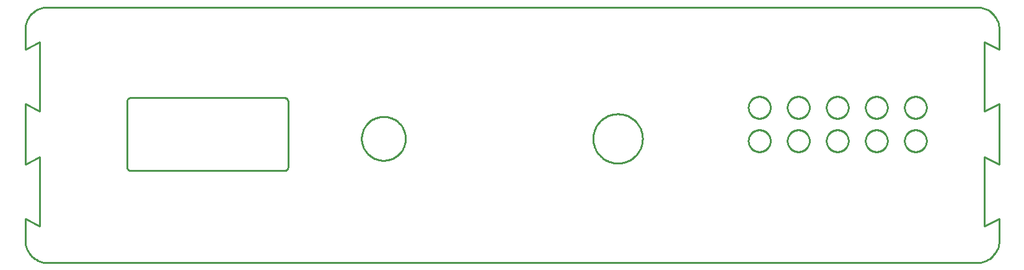
<source format=gbr>
G04 EAGLE Gerber RS-274X export*
G75*
%MOMM*%
%FSLAX34Y34*%
%LPD*%
%IN*%
%IPPOS*%
%AMOC8*
5,1,8,0,0,1.08239X$1,22.5*%
G01*
%ADD10C,0.254000*%


D10*
X0Y30000D02*
X114Y27385D01*
X456Y24791D01*
X1022Y22235D01*
X1809Y19739D01*
X2811Y17321D01*
X4019Y15000D01*
X5425Y12793D01*
X7019Y10716D01*
X8787Y8787D01*
X10716Y7019D01*
X12793Y5425D01*
X15000Y4019D01*
X17321Y2811D01*
X19739Y1809D01*
X22235Y1022D01*
X24791Y456D01*
X27385Y114D01*
X30000Y0D01*
X1300000Y0D01*
X1302615Y114D01*
X1305209Y456D01*
X1307765Y1022D01*
X1310261Y1809D01*
X1312679Y2811D01*
X1315000Y4019D01*
X1317207Y5425D01*
X1319284Y7019D01*
X1321213Y8787D01*
X1322981Y10716D01*
X1324575Y12793D01*
X1325981Y15000D01*
X1327189Y17321D01*
X1328191Y19739D01*
X1328978Y22235D01*
X1329544Y24791D01*
X1329886Y27385D01*
X1330000Y30000D01*
X1330000Y60000D01*
X1310000Y50000D01*
X1310000Y145000D01*
X1330000Y135000D01*
X1330000Y217500D01*
X1310000Y207500D01*
X1310000Y302500D01*
X1330000Y292500D01*
X1330000Y320000D01*
X1329886Y322615D01*
X1329544Y325209D01*
X1328978Y327765D01*
X1328191Y330261D01*
X1327189Y332679D01*
X1325981Y335000D01*
X1324575Y337207D01*
X1322981Y339284D01*
X1321213Y341213D01*
X1319284Y342981D01*
X1317207Y344575D01*
X1315000Y345981D01*
X1312679Y347189D01*
X1310261Y348191D01*
X1307765Y348978D01*
X1305209Y349544D01*
X1302615Y349886D01*
X1300000Y350000D01*
X30000Y350000D01*
X27385Y349886D01*
X24791Y349544D01*
X22235Y348978D01*
X19739Y348191D01*
X17321Y347189D01*
X15000Y345981D01*
X12793Y344575D01*
X10716Y342981D01*
X8787Y341213D01*
X7019Y339284D01*
X5425Y337207D01*
X4019Y335000D01*
X2811Y332679D01*
X1809Y330261D01*
X1022Y327765D01*
X456Y325209D01*
X114Y322615D01*
X0Y320000D01*
X0Y292500D01*
X20000Y302500D01*
X20000Y207500D01*
X0Y217500D01*
X0Y135000D01*
X20000Y145000D01*
X20000Y50000D01*
X0Y60000D01*
X0Y30000D01*
X138830Y131000D02*
X138849Y130564D01*
X138906Y130132D01*
X139000Y129706D01*
X139132Y129290D01*
X139298Y128887D01*
X139500Y128500D01*
X139734Y128132D01*
X140000Y127786D01*
X140294Y127464D01*
X140616Y127170D01*
X140962Y126904D01*
X141330Y126670D01*
X141717Y126468D01*
X142120Y126302D01*
X142536Y126170D01*
X142962Y126076D01*
X143394Y126019D01*
X143830Y126000D01*
X353830Y126000D01*
X354266Y126019D01*
X354698Y126076D01*
X355124Y126170D01*
X355540Y126302D01*
X355943Y126468D01*
X356330Y126670D01*
X356698Y126904D01*
X357044Y127170D01*
X357366Y127464D01*
X357660Y127786D01*
X357926Y128132D01*
X358160Y128500D01*
X358362Y128887D01*
X358528Y129290D01*
X358660Y129706D01*
X358754Y130132D01*
X358811Y130564D01*
X358830Y131000D01*
X358830Y221000D01*
X358811Y221436D01*
X358754Y221868D01*
X358660Y222294D01*
X358528Y222710D01*
X358362Y223113D01*
X358160Y223500D01*
X357926Y223868D01*
X357660Y224214D01*
X357366Y224536D01*
X357044Y224830D01*
X356698Y225096D01*
X356330Y225330D01*
X355943Y225532D01*
X355540Y225698D01*
X355124Y225830D01*
X354698Y225924D01*
X354266Y225981D01*
X353830Y226000D01*
X143830Y226000D01*
X143394Y225981D01*
X142962Y225924D01*
X142536Y225830D01*
X142120Y225698D01*
X141717Y225532D01*
X141330Y225330D01*
X140962Y225096D01*
X140616Y224830D01*
X140294Y224536D01*
X140000Y224214D01*
X139734Y223868D01*
X139500Y223500D01*
X139298Y223113D01*
X139132Y222710D01*
X139000Y222294D01*
X138906Y221868D01*
X138849Y221436D01*
X138830Y221000D01*
X138830Y131000D01*
X1230980Y166364D02*
X1230904Y165296D01*
X1230751Y164235D01*
X1230523Y163188D01*
X1230221Y162160D01*
X1229847Y161156D01*
X1229402Y160181D01*
X1228888Y159241D01*
X1228309Y158340D01*
X1227667Y157482D01*
X1226965Y156672D01*
X1226208Y155915D01*
X1225398Y155213D01*
X1224540Y154571D01*
X1223639Y153992D01*
X1222699Y153478D01*
X1221724Y153033D01*
X1220720Y152659D01*
X1219692Y152357D01*
X1218645Y152129D01*
X1217584Y151976D01*
X1216516Y151900D01*
X1215444Y151900D01*
X1214376Y151976D01*
X1213315Y152129D01*
X1212268Y152357D01*
X1211240Y152659D01*
X1210236Y153033D01*
X1209261Y153478D01*
X1208321Y153992D01*
X1207420Y154571D01*
X1206562Y155213D01*
X1205752Y155915D01*
X1204995Y156672D01*
X1204293Y157482D01*
X1203651Y158340D01*
X1203072Y159241D01*
X1202558Y160181D01*
X1202113Y161156D01*
X1201739Y162160D01*
X1201437Y163188D01*
X1201209Y164235D01*
X1201056Y165296D01*
X1200980Y166364D01*
X1200980Y167436D01*
X1201056Y168504D01*
X1201209Y169565D01*
X1201437Y170612D01*
X1201739Y171640D01*
X1202113Y172644D01*
X1202558Y173619D01*
X1203072Y174559D01*
X1203651Y175460D01*
X1204293Y176318D01*
X1204995Y177128D01*
X1205752Y177885D01*
X1206562Y178587D01*
X1207420Y179229D01*
X1208321Y179808D01*
X1209261Y180322D01*
X1210236Y180767D01*
X1211240Y181141D01*
X1212268Y181443D01*
X1213315Y181671D01*
X1214376Y181824D01*
X1215444Y181900D01*
X1216516Y181900D01*
X1217584Y181824D01*
X1218645Y181671D01*
X1219692Y181443D01*
X1220720Y181141D01*
X1221724Y180767D01*
X1222699Y180322D01*
X1223639Y179808D01*
X1224540Y179229D01*
X1225398Y178587D01*
X1226208Y177885D01*
X1226965Y177128D01*
X1227667Y176318D01*
X1228309Y175460D01*
X1228888Y174559D01*
X1229402Y173619D01*
X1229847Y172644D01*
X1230221Y171640D01*
X1230523Y170612D01*
X1230751Y169565D01*
X1230904Y168504D01*
X1230980Y167436D01*
X1230980Y166364D01*
X1230980Y212064D02*
X1230904Y210996D01*
X1230751Y209935D01*
X1230523Y208888D01*
X1230221Y207860D01*
X1229847Y206856D01*
X1229402Y205881D01*
X1228888Y204941D01*
X1228309Y204040D01*
X1227667Y203182D01*
X1226965Y202372D01*
X1226208Y201615D01*
X1225398Y200913D01*
X1224540Y200271D01*
X1223639Y199692D01*
X1222699Y199178D01*
X1221724Y198733D01*
X1220720Y198359D01*
X1219692Y198057D01*
X1218645Y197829D01*
X1217584Y197676D01*
X1216516Y197600D01*
X1215444Y197600D01*
X1214376Y197676D01*
X1213315Y197829D01*
X1212268Y198057D01*
X1211240Y198359D01*
X1210236Y198733D01*
X1209261Y199178D01*
X1208321Y199692D01*
X1207420Y200271D01*
X1206562Y200913D01*
X1205752Y201615D01*
X1204995Y202372D01*
X1204293Y203182D01*
X1203651Y204040D01*
X1203072Y204941D01*
X1202558Y205881D01*
X1202113Y206856D01*
X1201739Y207860D01*
X1201437Y208888D01*
X1201209Y209935D01*
X1201056Y210996D01*
X1200980Y212064D01*
X1200980Y213136D01*
X1201056Y214204D01*
X1201209Y215265D01*
X1201437Y216312D01*
X1201739Y217340D01*
X1202113Y218344D01*
X1202558Y219319D01*
X1203072Y220259D01*
X1203651Y221160D01*
X1204293Y222018D01*
X1204995Y222828D01*
X1205752Y223585D01*
X1206562Y224287D01*
X1207420Y224929D01*
X1208321Y225508D01*
X1209261Y226022D01*
X1210236Y226467D01*
X1211240Y226841D01*
X1212268Y227143D01*
X1213315Y227371D01*
X1214376Y227524D01*
X1215444Y227600D01*
X1216516Y227600D01*
X1217584Y227524D01*
X1218645Y227371D01*
X1219692Y227143D01*
X1220720Y226841D01*
X1221724Y226467D01*
X1222699Y226022D01*
X1223639Y225508D01*
X1224540Y224929D01*
X1225398Y224287D01*
X1226208Y223585D01*
X1226965Y222828D01*
X1227667Y222018D01*
X1228309Y221160D01*
X1228888Y220259D01*
X1229402Y219319D01*
X1229847Y218344D01*
X1230221Y217340D01*
X1230523Y216312D01*
X1230751Y215265D01*
X1230904Y214204D01*
X1230980Y213136D01*
X1230980Y212064D01*
X1177640Y212064D02*
X1177564Y210996D01*
X1177411Y209935D01*
X1177183Y208888D01*
X1176881Y207860D01*
X1176507Y206856D01*
X1176062Y205881D01*
X1175548Y204941D01*
X1174969Y204040D01*
X1174327Y203182D01*
X1173625Y202372D01*
X1172868Y201615D01*
X1172058Y200913D01*
X1171200Y200271D01*
X1170299Y199692D01*
X1169359Y199178D01*
X1168384Y198733D01*
X1167380Y198359D01*
X1166352Y198057D01*
X1165305Y197829D01*
X1164244Y197676D01*
X1163176Y197600D01*
X1162104Y197600D01*
X1161036Y197676D01*
X1159975Y197829D01*
X1158928Y198057D01*
X1157900Y198359D01*
X1156896Y198733D01*
X1155921Y199178D01*
X1154981Y199692D01*
X1154080Y200271D01*
X1153222Y200913D01*
X1152412Y201615D01*
X1151655Y202372D01*
X1150953Y203182D01*
X1150311Y204040D01*
X1149732Y204941D01*
X1149218Y205881D01*
X1148773Y206856D01*
X1148399Y207860D01*
X1148097Y208888D01*
X1147869Y209935D01*
X1147716Y210996D01*
X1147640Y212064D01*
X1147640Y213136D01*
X1147716Y214204D01*
X1147869Y215265D01*
X1148097Y216312D01*
X1148399Y217340D01*
X1148773Y218344D01*
X1149218Y219319D01*
X1149732Y220259D01*
X1150311Y221160D01*
X1150953Y222018D01*
X1151655Y222828D01*
X1152412Y223585D01*
X1153222Y224287D01*
X1154080Y224929D01*
X1154981Y225508D01*
X1155921Y226022D01*
X1156896Y226467D01*
X1157900Y226841D01*
X1158928Y227143D01*
X1159975Y227371D01*
X1161036Y227524D01*
X1162104Y227600D01*
X1163176Y227600D01*
X1164244Y227524D01*
X1165305Y227371D01*
X1166352Y227143D01*
X1167380Y226841D01*
X1168384Y226467D01*
X1169359Y226022D01*
X1170299Y225508D01*
X1171200Y224929D01*
X1172058Y224287D01*
X1172868Y223585D01*
X1173625Y222828D01*
X1174327Y222018D01*
X1174969Y221160D01*
X1175548Y220259D01*
X1176062Y219319D01*
X1176507Y218344D01*
X1176881Y217340D01*
X1177183Y216312D01*
X1177411Y215265D01*
X1177564Y214204D01*
X1177640Y213136D01*
X1177640Y212064D01*
X1177640Y166364D02*
X1177564Y165296D01*
X1177411Y164235D01*
X1177183Y163188D01*
X1176881Y162160D01*
X1176507Y161156D01*
X1176062Y160181D01*
X1175548Y159241D01*
X1174969Y158340D01*
X1174327Y157482D01*
X1173625Y156672D01*
X1172868Y155915D01*
X1172058Y155213D01*
X1171200Y154571D01*
X1170299Y153992D01*
X1169359Y153478D01*
X1168384Y153033D01*
X1167380Y152659D01*
X1166352Y152357D01*
X1165305Y152129D01*
X1164244Y151976D01*
X1163176Y151900D01*
X1162104Y151900D01*
X1161036Y151976D01*
X1159975Y152129D01*
X1158928Y152357D01*
X1157900Y152659D01*
X1156896Y153033D01*
X1155921Y153478D01*
X1154981Y153992D01*
X1154080Y154571D01*
X1153222Y155213D01*
X1152412Y155915D01*
X1151655Y156672D01*
X1150953Y157482D01*
X1150311Y158340D01*
X1149732Y159241D01*
X1149218Y160181D01*
X1148773Y161156D01*
X1148399Y162160D01*
X1148097Y163188D01*
X1147869Y164235D01*
X1147716Y165296D01*
X1147640Y166364D01*
X1147640Y167436D01*
X1147716Y168504D01*
X1147869Y169565D01*
X1148097Y170612D01*
X1148399Y171640D01*
X1148773Y172644D01*
X1149218Y173619D01*
X1149732Y174559D01*
X1150311Y175460D01*
X1150953Y176318D01*
X1151655Y177128D01*
X1152412Y177885D01*
X1153222Y178587D01*
X1154080Y179229D01*
X1154981Y179808D01*
X1155921Y180322D01*
X1156896Y180767D01*
X1157900Y181141D01*
X1158928Y181443D01*
X1159975Y181671D01*
X1161036Y181824D01*
X1162104Y181900D01*
X1163176Y181900D01*
X1164244Y181824D01*
X1165305Y181671D01*
X1166352Y181443D01*
X1167380Y181141D01*
X1168384Y180767D01*
X1169359Y180322D01*
X1170299Y179808D01*
X1171200Y179229D01*
X1172058Y178587D01*
X1172868Y177885D01*
X1173625Y177128D01*
X1174327Y176318D01*
X1174969Y175460D01*
X1175548Y174559D01*
X1176062Y173619D01*
X1176507Y172644D01*
X1176881Y171640D01*
X1177183Y170612D01*
X1177411Y169565D01*
X1177564Y168504D01*
X1177640Y167436D01*
X1177640Y166364D01*
X1124300Y212064D02*
X1124224Y210996D01*
X1124071Y209935D01*
X1123843Y208888D01*
X1123541Y207860D01*
X1123167Y206856D01*
X1122722Y205881D01*
X1122208Y204941D01*
X1121629Y204040D01*
X1120987Y203182D01*
X1120285Y202372D01*
X1119528Y201615D01*
X1118718Y200913D01*
X1117860Y200271D01*
X1116959Y199692D01*
X1116019Y199178D01*
X1115044Y198733D01*
X1114040Y198359D01*
X1113012Y198057D01*
X1111965Y197829D01*
X1110904Y197676D01*
X1109836Y197600D01*
X1108764Y197600D01*
X1107696Y197676D01*
X1106635Y197829D01*
X1105588Y198057D01*
X1104560Y198359D01*
X1103556Y198733D01*
X1102581Y199178D01*
X1101641Y199692D01*
X1100740Y200271D01*
X1099882Y200913D01*
X1099072Y201615D01*
X1098315Y202372D01*
X1097613Y203182D01*
X1096971Y204040D01*
X1096392Y204941D01*
X1095878Y205881D01*
X1095433Y206856D01*
X1095059Y207860D01*
X1094757Y208888D01*
X1094529Y209935D01*
X1094376Y210996D01*
X1094300Y212064D01*
X1094300Y213136D01*
X1094376Y214204D01*
X1094529Y215265D01*
X1094757Y216312D01*
X1095059Y217340D01*
X1095433Y218344D01*
X1095878Y219319D01*
X1096392Y220259D01*
X1096971Y221160D01*
X1097613Y222018D01*
X1098315Y222828D01*
X1099072Y223585D01*
X1099882Y224287D01*
X1100740Y224929D01*
X1101641Y225508D01*
X1102581Y226022D01*
X1103556Y226467D01*
X1104560Y226841D01*
X1105588Y227143D01*
X1106635Y227371D01*
X1107696Y227524D01*
X1108764Y227600D01*
X1109836Y227600D01*
X1110904Y227524D01*
X1111965Y227371D01*
X1113012Y227143D01*
X1114040Y226841D01*
X1115044Y226467D01*
X1116019Y226022D01*
X1116959Y225508D01*
X1117860Y224929D01*
X1118718Y224287D01*
X1119528Y223585D01*
X1120285Y222828D01*
X1120987Y222018D01*
X1121629Y221160D01*
X1122208Y220259D01*
X1122722Y219319D01*
X1123167Y218344D01*
X1123541Y217340D01*
X1123843Y216312D01*
X1124071Y215265D01*
X1124224Y214204D01*
X1124300Y213136D01*
X1124300Y212064D01*
X1124300Y166364D02*
X1124224Y165296D01*
X1124071Y164235D01*
X1123843Y163188D01*
X1123541Y162160D01*
X1123167Y161156D01*
X1122722Y160181D01*
X1122208Y159241D01*
X1121629Y158340D01*
X1120987Y157482D01*
X1120285Y156672D01*
X1119528Y155915D01*
X1118718Y155213D01*
X1117860Y154571D01*
X1116959Y153992D01*
X1116019Y153478D01*
X1115044Y153033D01*
X1114040Y152659D01*
X1113012Y152357D01*
X1111965Y152129D01*
X1110904Y151976D01*
X1109836Y151900D01*
X1108764Y151900D01*
X1107696Y151976D01*
X1106635Y152129D01*
X1105588Y152357D01*
X1104560Y152659D01*
X1103556Y153033D01*
X1102581Y153478D01*
X1101641Y153992D01*
X1100740Y154571D01*
X1099882Y155213D01*
X1099072Y155915D01*
X1098315Y156672D01*
X1097613Y157482D01*
X1096971Y158340D01*
X1096392Y159241D01*
X1095878Y160181D01*
X1095433Y161156D01*
X1095059Y162160D01*
X1094757Y163188D01*
X1094529Y164235D01*
X1094376Y165296D01*
X1094300Y166364D01*
X1094300Y167436D01*
X1094376Y168504D01*
X1094529Y169565D01*
X1094757Y170612D01*
X1095059Y171640D01*
X1095433Y172644D01*
X1095878Y173619D01*
X1096392Y174559D01*
X1096971Y175460D01*
X1097613Y176318D01*
X1098315Y177128D01*
X1099072Y177885D01*
X1099882Y178587D01*
X1100740Y179229D01*
X1101641Y179808D01*
X1102581Y180322D01*
X1103556Y180767D01*
X1104560Y181141D01*
X1105588Y181443D01*
X1106635Y181671D01*
X1107696Y181824D01*
X1108764Y181900D01*
X1109836Y181900D01*
X1110904Y181824D01*
X1111965Y181671D01*
X1113012Y181443D01*
X1114040Y181141D01*
X1115044Y180767D01*
X1116019Y180322D01*
X1116959Y179808D01*
X1117860Y179229D01*
X1118718Y178587D01*
X1119528Y177885D01*
X1120285Y177128D01*
X1120987Y176318D01*
X1121629Y175460D01*
X1122208Y174559D01*
X1122722Y173619D01*
X1123167Y172644D01*
X1123541Y171640D01*
X1123843Y170612D01*
X1124071Y169565D01*
X1124224Y168504D01*
X1124300Y167436D01*
X1124300Y166364D01*
X1071000Y212064D02*
X1070924Y210996D01*
X1070771Y209935D01*
X1070543Y208888D01*
X1070241Y207860D01*
X1069867Y206856D01*
X1069422Y205881D01*
X1068908Y204941D01*
X1068329Y204040D01*
X1067687Y203182D01*
X1066985Y202372D01*
X1066228Y201615D01*
X1065418Y200913D01*
X1064560Y200271D01*
X1063659Y199692D01*
X1062719Y199178D01*
X1061744Y198733D01*
X1060740Y198359D01*
X1059712Y198057D01*
X1058665Y197829D01*
X1057604Y197676D01*
X1056536Y197600D01*
X1055464Y197600D01*
X1054396Y197676D01*
X1053335Y197829D01*
X1052288Y198057D01*
X1051260Y198359D01*
X1050256Y198733D01*
X1049281Y199178D01*
X1048341Y199692D01*
X1047440Y200271D01*
X1046582Y200913D01*
X1045772Y201615D01*
X1045015Y202372D01*
X1044313Y203182D01*
X1043671Y204040D01*
X1043092Y204941D01*
X1042578Y205881D01*
X1042133Y206856D01*
X1041759Y207860D01*
X1041457Y208888D01*
X1041229Y209935D01*
X1041076Y210996D01*
X1041000Y212064D01*
X1041000Y213136D01*
X1041076Y214204D01*
X1041229Y215265D01*
X1041457Y216312D01*
X1041759Y217340D01*
X1042133Y218344D01*
X1042578Y219319D01*
X1043092Y220259D01*
X1043671Y221160D01*
X1044313Y222018D01*
X1045015Y222828D01*
X1045772Y223585D01*
X1046582Y224287D01*
X1047440Y224929D01*
X1048341Y225508D01*
X1049281Y226022D01*
X1050256Y226467D01*
X1051260Y226841D01*
X1052288Y227143D01*
X1053335Y227371D01*
X1054396Y227524D01*
X1055464Y227600D01*
X1056536Y227600D01*
X1057604Y227524D01*
X1058665Y227371D01*
X1059712Y227143D01*
X1060740Y226841D01*
X1061744Y226467D01*
X1062719Y226022D01*
X1063659Y225508D01*
X1064560Y224929D01*
X1065418Y224287D01*
X1066228Y223585D01*
X1066985Y222828D01*
X1067687Y222018D01*
X1068329Y221160D01*
X1068908Y220259D01*
X1069422Y219319D01*
X1069867Y218344D01*
X1070241Y217340D01*
X1070543Y216312D01*
X1070771Y215265D01*
X1070924Y214204D01*
X1071000Y213136D01*
X1071000Y212064D01*
X1071000Y166364D02*
X1070924Y165296D01*
X1070771Y164235D01*
X1070543Y163188D01*
X1070241Y162160D01*
X1069867Y161156D01*
X1069422Y160181D01*
X1068908Y159241D01*
X1068329Y158340D01*
X1067687Y157482D01*
X1066985Y156672D01*
X1066228Y155915D01*
X1065418Y155213D01*
X1064560Y154571D01*
X1063659Y153992D01*
X1062719Y153478D01*
X1061744Y153033D01*
X1060740Y152659D01*
X1059712Y152357D01*
X1058665Y152129D01*
X1057604Y151976D01*
X1056536Y151900D01*
X1055464Y151900D01*
X1054396Y151976D01*
X1053335Y152129D01*
X1052288Y152357D01*
X1051260Y152659D01*
X1050256Y153033D01*
X1049281Y153478D01*
X1048341Y153992D01*
X1047440Y154571D01*
X1046582Y155213D01*
X1045772Y155915D01*
X1045015Y156672D01*
X1044313Y157482D01*
X1043671Y158340D01*
X1043092Y159241D01*
X1042578Y160181D01*
X1042133Y161156D01*
X1041759Y162160D01*
X1041457Y163188D01*
X1041229Y164235D01*
X1041076Y165296D01*
X1041000Y166364D01*
X1041000Y167436D01*
X1041076Y168504D01*
X1041229Y169565D01*
X1041457Y170612D01*
X1041759Y171640D01*
X1042133Y172644D01*
X1042578Y173619D01*
X1043092Y174559D01*
X1043671Y175460D01*
X1044313Y176318D01*
X1045015Y177128D01*
X1045772Y177885D01*
X1046582Y178587D01*
X1047440Y179229D01*
X1048341Y179808D01*
X1049281Y180322D01*
X1050256Y180767D01*
X1051260Y181141D01*
X1052288Y181443D01*
X1053335Y181671D01*
X1054396Y181824D01*
X1055464Y181900D01*
X1056536Y181900D01*
X1057604Y181824D01*
X1058665Y181671D01*
X1059712Y181443D01*
X1060740Y181141D01*
X1061744Y180767D01*
X1062719Y180322D01*
X1063659Y179808D01*
X1064560Y179229D01*
X1065418Y178587D01*
X1066228Y177885D01*
X1066985Y177128D01*
X1067687Y176318D01*
X1068329Y175460D01*
X1068908Y174559D01*
X1069422Y173619D01*
X1069867Y172644D01*
X1070241Y171640D01*
X1070543Y170612D01*
X1070771Y169565D01*
X1070924Y168504D01*
X1071000Y167436D01*
X1071000Y166364D01*
X1017700Y212064D02*
X1017624Y210996D01*
X1017471Y209935D01*
X1017243Y208888D01*
X1016941Y207860D01*
X1016567Y206856D01*
X1016122Y205881D01*
X1015608Y204941D01*
X1015029Y204040D01*
X1014387Y203182D01*
X1013685Y202372D01*
X1012928Y201615D01*
X1012118Y200913D01*
X1011260Y200271D01*
X1010359Y199692D01*
X1009419Y199178D01*
X1008444Y198733D01*
X1007440Y198359D01*
X1006412Y198057D01*
X1005365Y197829D01*
X1004304Y197676D01*
X1003236Y197600D01*
X1002164Y197600D01*
X1001096Y197676D01*
X1000035Y197829D01*
X998988Y198057D01*
X997960Y198359D01*
X996956Y198733D01*
X995981Y199178D01*
X995041Y199692D01*
X994140Y200271D01*
X993282Y200913D01*
X992472Y201615D01*
X991715Y202372D01*
X991013Y203182D01*
X990371Y204040D01*
X989792Y204941D01*
X989278Y205881D01*
X988833Y206856D01*
X988459Y207860D01*
X988157Y208888D01*
X987929Y209935D01*
X987776Y210996D01*
X987700Y212064D01*
X987700Y213136D01*
X987776Y214204D01*
X987929Y215265D01*
X988157Y216312D01*
X988459Y217340D01*
X988833Y218344D01*
X989278Y219319D01*
X989792Y220259D01*
X990371Y221160D01*
X991013Y222018D01*
X991715Y222828D01*
X992472Y223585D01*
X993282Y224287D01*
X994140Y224929D01*
X995041Y225508D01*
X995981Y226022D01*
X996956Y226467D01*
X997960Y226841D01*
X998988Y227143D01*
X1000035Y227371D01*
X1001096Y227524D01*
X1002164Y227600D01*
X1003236Y227600D01*
X1004304Y227524D01*
X1005365Y227371D01*
X1006412Y227143D01*
X1007440Y226841D01*
X1008444Y226467D01*
X1009419Y226022D01*
X1010359Y225508D01*
X1011260Y224929D01*
X1012118Y224287D01*
X1012928Y223585D01*
X1013685Y222828D01*
X1014387Y222018D01*
X1015029Y221160D01*
X1015608Y220259D01*
X1016122Y219319D01*
X1016567Y218344D01*
X1016941Y217340D01*
X1017243Y216312D01*
X1017471Y215265D01*
X1017624Y214204D01*
X1017700Y213136D01*
X1017700Y212064D01*
X1017700Y166364D02*
X1017624Y165296D01*
X1017471Y164235D01*
X1017243Y163188D01*
X1016941Y162160D01*
X1016567Y161156D01*
X1016122Y160181D01*
X1015608Y159241D01*
X1015029Y158340D01*
X1014387Y157482D01*
X1013685Y156672D01*
X1012928Y155915D01*
X1012118Y155213D01*
X1011260Y154571D01*
X1010359Y153992D01*
X1009419Y153478D01*
X1008444Y153033D01*
X1007440Y152659D01*
X1006412Y152357D01*
X1005365Y152129D01*
X1004304Y151976D01*
X1003236Y151900D01*
X1002164Y151900D01*
X1001096Y151976D01*
X1000035Y152129D01*
X998988Y152357D01*
X997960Y152659D01*
X996956Y153033D01*
X995981Y153478D01*
X995041Y153992D01*
X994140Y154571D01*
X993282Y155213D01*
X992472Y155915D01*
X991715Y156672D01*
X991013Y157482D01*
X990371Y158340D01*
X989792Y159241D01*
X989278Y160181D01*
X988833Y161156D01*
X988459Y162160D01*
X988157Y163188D01*
X987929Y164235D01*
X987776Y165296D01*
X987700Y166364D01*
X987700Y167436D01*
X987776Y168504D01*
X987929Y169565D01*
X988157Y170612D01*
X988459Y171640D01*
X988833Y172644D01*
X989278Y173619D01*
X989792Y174559D01*
X990371Y175460D01*
X991013Y176318D01*
X991715Y177128D01*
X992472Y177885D01*
X993282Y178587D01*
X994140Y179229D01*
X995041Y179808D01*
X995981Y180322D01*
X996956Y180767D01*
X997960Y181141D01*
X998988Y181443D01*
X1000035Y181671D01*
X1001096Y181824D01*
X1002164Y181900D01*
X1003236Y181900D01*
X1004304Y181824D01*
X1005365Y181671D01*
X1006412Y181443D01*
X1007440Y181141D01*
X1008444Y180767D01*
X1009419Y180322D01*
X1010359Y179808D01*
X1011260Y179229D01*
X1012118Y178587D01*
X1012928Y177885D01*
X1013685Y177128D01*
X1014387Y176318D01*
X1015029Y175460D01*
X1015608Y174559D01*
X1016122Y173619D01*
X1016567Y172644D01*
X1016941Y171640D01*
X1017243Y170612D01*
X1017471Y169565D01*
X1017624Y168504D01*
X1017700Y167436D01*
X1017700Y166364D01*
X519300Y169264D02*
X519228Y167792D01*
X519083Y166327D01*
X518867Y164870D01*
X518580Y163425D01*
X518222Y161996D01*
X517794Y160587D01*
X517298Y159200D01*
X516735Y157839D01*
X516105Y156508D01*
X515410Y155209D01*
X514653Y153945D01*
X513835Y152721D01*
X512958Y151538D01*
X512023Y150399D01*
X511034Y149308D01*
X509992Y148266D01*
X508901Y147277D01*
X507763Y146342D01*
X506579Y145465D01*
X505355Y144647D01*
X504091Y143890D01*
X502792Y143195D01*
X501461Y142565D01*
X500100Y142002D01*
X498713Y141506D01*
X497304Y141078D01*
X495875Y140720D01*
X494430Y140433D01*
X492973Y140217D01*
X491508Y140072D01*
X490036Y140000D01*
X488564Y140000D01*
X487092Y140072D01*
X485627Y140217D01*
X484170Y140433D01*
X482725Y140720D01*
X481296Y141078D01*
X479887Y141506D01*
X478500Y142002D01*
X477139Y142565D01*
X475808Y143195D01*
X474509Y143890D01*
X473245Y144647D01*
X472021Y145465D01*
X470838Y146342D01*
X469699Y147277D01*
X468608Y148266D01*
X467566Y149308D01*
X466577Y150399D01*
X465642Y151538D01*
X464765Y152721D01*
X463947Y153945D01*
X463190Y155209D01*
X462495Y156508D01*
X461865Y157839D01*
X461302Y159200D01*
X460806Y160587D01*
X460378Y161996D01*
X460020Y163425D01*
X459733Y164870D01*
X459517Y166327D01*
X459372Y167792D01*
X459300Y169264D01*
X459300Y170736D01*
X459372Y172208D01*
X459517Y173673D01*
X459733Y175130D01*
X460020Y176575D01*
X460378Y178004D01*
X460806Y179413D01*
X461302Y180800D01*
X461865Y182161D01*
X462495Y183492D01*
X463190Y184791D01*
X463947Y186055D01*
X464765Y187279D01*
X465642Y188463D01*
X466577Y189601D01*
X467566Y190692D01*
X468608Y191734D01*
X469699Y192723D01*
X470838Y193658D01*
X472021Y194535D01*
X473245Y195353D01*
X474509Y196110D01*
X475808Y196805D01*
X477139Y197435D01*
X478500Y197998D01*
X479887Y198494D01*
X481296Y198922D01*
X482725Y199280D01*
X484170Y199567D01*
X485627Y199783D01*
X487092Y199928D01*
X488564Y200000D01*
X490036Y200000D01*
X491508Y199928D01*
X492973Y199783D01*
X494430Y199567D01*
X495875Y199280D01*
X497304Y198922D01*
X498713Y198494D01*
X500100Y197998D01*
X501461Y197435D01*
X502792Y196805D01*
X504091Y196110D01*
X505355Y195353D01*
X506579Y194535D01*
X507763Y193658D01*
X508901Y192723D01*
X509992Y191734D01*
X511034Y190692D01*
X512023Y189601D01*
X512958Y188463D01*
X513835Y187279D01*
X514653Y186055D01*
X515410Y184791D01*
X516105Y183492D01*
X516735Y182161D01*
X517298Y180800D01*
X517794Y179413D01*
X518222Y178004D01*
X518580Y176575D01*
X518867Y175130D01*
X519083Y173673D01*
X519228Y172208D01*
X519300Y170736D01*
X519300Y169264D01*
X843050Y169220D02*
X842978Y167662D01*
X842834Y166110D01*
X842619Y164565D01*
X842332Y163032D01*
X841975Y161514D01*
X841548Y160014D01*
X841053Y158535D01*
X840489Y157081D01*
X839859Y155654D01*
X839164Y154258D01*
X838405Y152896D01*
X837584Y151570D01*
X836703Y150283D01*
X835763Y149039D01*
X834767Y147839D01*
X833716Y146687D01*
X832613Y145584D01*
X831461Y144533D01*
X830261Y143537D01*
X829017Y142597D01*
X827730Y141716D01*
X826404Y140895D01*
X825042Y140136D01*
X823646Y139441D01*
X822219Y138811D01*
X820765Y138247D01*
X819286Y137752D01*
X817786Y137325D01*
X816268Y136968D01*
X814735Y136681D01*
X813191Y136466D01*
X811638Y136322D01*
X810080Y136250D01*
X808520Y136250D01*
X806962Y136322D01*
X805410Y136466D01*
X803865Y136681D01*
X802332Y136968D01*
X800814Y137325D01*
X799314Y137752D01*
X797835Y138247D01*
X796381Y138811D01*
X794954Y139441D01*
X793558Y140136D01*
X792196Y140895D01*
X790870Y141716D01*
X789583Y142597D01*
X788339Y143537D01*
X787139Y144533D01*
X785987Y145584D01*
X784884Y146687D01*
X783833Y147839D01*
X782837Y149039D01*
X781897Y150283D01*
X781016Y151570D01*
X780195Y152896D01*
X779436Y154258D01*
X778741Y155654D01*
X778111Y157081D01*
X777547Y158535D01*
X777052Y160014D01*
X776625Y161514D01*
X776268Y163032D01*
X775981Y164565D01*
X775766Y166110D01*
X775622Y167662D01*
X775550Y169220D01*
X775550Y170780D01*
X775622Y172338D01*
X775766Y173891D01*
X775981Y175435D01*
X776268Y176968D01*
X776625Y178486D01*
X777052Y179986D01*
X777547Y181465D01*
X778111Y182919D01*
X778741Y184346D01*
X779436Y185742D01*
X780195Y187104D01*
X781016Y188430D01*
X781897Y189717D01*
X782837Y190961D01*
X783833Y192161D01*
X784884Y193313D01*
X785987Y194416D01*
X787139Y195467D01*
X788339Y196463D01*
X789583Y197403D01*
X790870Y198284D01*
X792196Y199105D01*
X793558Y199864D01*
X794954Y200559D01*
X796381Y201189D01*
X797835Y201753D01*
X799314Y202248D01*
X800814Y202675D01*
X802332Y203032D01*
X803865Y203319D01*
X805410Y203534D01*
X806962Y203678D01*
X808520Y203750D01*
X810080Y203750D01*
X811638Y203678D01*
X813191Y203534D01*
X814735Y203319D01*
X816268Y203032D01*
X817786Y202675D01*
X819286Y202248D01*
X820765Y201753D01*
X822219Y201189D01*
X823646Y200559D01*
X825042Y199864D01*
X826404Y199105D01*
X827730Y198284D01*
X829017Y197403D01*
X830261Y196463D01*
X831461Y195467D01*
X832613Y194416D01*
X833716Y193313D01*
X834767Y192161D01*
X835763Y190961D01*
X836703Y189717D01*
X837584Y188430D01*
X838405Y187104D01*
X839164Y185742D01*
X839859Y184346D01*
X840489Y182919D01*
X841053Y181465D01*
X841548Y179986D01*
X841975Y178486D01*
X842332Y176968D01*
X842619Y175435D01*
X842834Y173891D01*
X842978Y172338D01*
X843050Y170780D01*
X843050Y169220D01*
M02*

</source>
